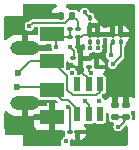
<source format=gbl>
G04 #@! TF.GenerationSoftware,KiCad,Pcbnew,8.0.9-8.0.9-0~ubuntu22.04.1*
G04 #@! TF.CreationDate,2025-06-17T17:41:38-06:00*
G04 #@! TF.ProjectId,dongle,646f6e67-6c65-42e6-9b69-6361645f7063,rev?*
G04 #@! TF.SameCoordinates,Original*
G04 #@! TF.FileFunction,Copper,L4,Bot*
G04 #@! TF.FilePolarity,Positive*
%FSLAX46Y46*%
G04 Gerber Fmt 4.6, Leading zero omitted, Abs format (unit mm)*
G04 Created by KiCad (PCBNEW 8.0.9-8.0.9-0~ubuntu22.04.1) date 2025-06-17 17:41:38*
%MOMM*%
%LPD*%
G01*
G04 APERTURE LIST*
G04 Aperture macros list*
%AMRoundRect*
0 Rectangle with rounded corners*
0 $1 Rounding radius*
0 $2 $3 $4 $5 $6 $7 $8 $9 X,Y pos of 4 corners*
0 Add a 4 corners polygon primitive as box body*
4,1,4,$2,$3,$4,$5,$6,$7,$8,$9,$2,$3,0*
0 Add four circle primitives for the rounded corners*
1,1,$1+$1,$2,$3*
1,1,$1+$1,$4,$5*
1,1,$1+$1,$6,$7*
1,1,$1+$1,$8,$9*
0 Add four rect primitives between the rounded corners*
20,1,$1+$1,$2,$3,$4,$5,0*
20,1,$1+$1,$4,$5,$6,$7,0*
20,1,$1+$1,$6,$7,$8,$9,0*
20,1,$1+$1,$8,$9,$2,$3,0*%
G04 Aperture macros list end*
G04 #@! TA.AperFunction,SMDPad,CuDef*
%ADD10R,2.000000X1.300000*%
G04 #@! TD*
G04 #@! TA.AperFunction,ComponentPad*
%ADD11O,2.500000X1.200000*%
G04 #@! TD*
G04 #@! TA.AperFunction,SMDPad,CuDef*
%ADD12RoundRect,0.100000X-0.130000X-0.100000X0.130000X-0.100000X0.130000X0.100000X-0.130000X0.100000X0*%
G04 #@! TD*
G04 #@! TA.AperFunction,SMDPad,CuDef*
%ADD13RoundRect,0.100000X0.100000X-0.130000X0.100000X0.130000X-0.100000X0.130000X-0.100000X-0.130000X0*%
G04 #@! TD*
G04 #@! TA.AperFunction,SMDPad,CuDef*
%ADD14RoundRect,0.140000X-0.140000X-0.170000X0.140000X-0.170000X0.140000X0.170000X-0.140000X0.170000X0*%
G04 #@! TD*
G04 #@! TA.AperFunction,SMDPad,CuDef*
%ADD15RoundRect,0.100000X0.130000X0.100000X-0.130000X0.100000X-0.130000X-0.100000X0.130000X-0.100000X0*%
G04 #@! TD*
G04 #@! TA.AperFunction,SMDPad,CuDef*
%ADD16RoundRect,0.140000X0.170000X-0.140000X0.170000X0.140000X-0.170000X0.140000X-0.170000X-0.140000X0*%
G04 #@! TD*
G04 #@! TA.AperFunction,SMDPad,CuDef*
%ADD17RoundRect,0.073750X-0.221250X0.531250X-0.221250X-0.531250X0.221250X-0.531250X0.221250X0.531250X0*%
G04 #@! TD*
G04 #@! TA.AperFunction,ViaPad*
%ADD18C,0.400000*%
G04 #@! TD*
G04 #@! TA.AperFunction,ViaPad*
%ADD19C,0.600000*%
G04 #@! TD*
G04 #@! TA.AperFunction,Conductor*
%ADD20C,0.120000*%
G04 #@! TD*
G04 #@! TA.AperFunction,Conductor*
%ADD21C,0.200000*%
G04 #@! TD*
G04 #@! TA.AperFunction,Conductor*
%ADD22C,0.150000*%
G04 #@! TD*
G04 APERTURE END LIST*
D10*
X144463501Y-98349999D03*
X144463502Y-96099999D03*
X144463500Y-93599998D03*
X144463499Y-91349999D03*
D11*
X142163495Y-97199998D03*
X142163504Y-92499997D03*
D12*
X146255002Y-93400003D03*
X146894998Y-93399997D03*
X147605002Y-94125003D03*
X148244998Y-94124997D03*
D13*
X150299998Y-92020000D03*
X150300002Y-91380000D03*
X147649998Y-92020000D03*
X147650002Y-91380000D03*
D14*
X145245001Y-89774999D03*
X146204999Y-89775001D03*
D13*
X148349998Y-92020000D03*
X148350002Y-91380000D03*
D15*
X146670000Y-90900000D03*
X146030000Y-90900000D03*
D16*
X150725000Y-98329999D03*
X150725000Y-97370001D03*
D13*
X149599997Y-92020000D03*
X149600003Y-91380000D03*
D15*
X146620000Y-99625000D03*
X145980000Y-99625000D03*
D13*
X147650000Y-90600000D03*
X147650004Y-89960000D03*
D17*
X146624999Y-95605004D03*
X147575004Y-95605001D03*
X148525000Y-95604996D03*
X148525001Y-98114996D03*
X147574996Y-98114999D03*
X146625000Y-98115004D03*
D12*
X146035004Y-91600006D03*
X146675000Y-91600000D03*
D16*
X149800001Y-98329999D03*
X149799999Y-97370001D03*
D18*
X151300000Y-92100000D03*
X145175000Y-99650000D03*
X148800000Y-89475000D03*
X151325000Y-98025000D03*
X146725000Y-92775000D03*
X149450000Y-100175000D03*
X144100000Y-89475000D03*
X141500000Y-99025000D03*
X146925000Y-94525000D03*
X151125000Y-89800000D03*
X148950000Y-91875000D03*
X151350000Y-96025000D03*
X141550000Y-90750000D03*
X142750000Y-99650000D03*
X151325000Y-94050000D03*
X148125000Y-100175000D03*
X150075000Y-89800000D03*
X146200000Y-94600000D03*
X148475000Y-96975000D03*
X145625000Y-100425000D03*
X147750000Y-94600000D03*
X149600000Y-93875000D03*
X150075000Y-99175000D03*
X145825000Y-97550000D03*
D19*
X141550000Y-95825000D03*
X141575000Y-94675000D03*
D18*
X144825000Y-92425000D03*
X147250000Y-97025000D03*
X147225000Y-89475000D03*
X147675000Y-92550000D03*
X149425000Y-93100000D03*
X142550000Y-90675000D03*
X148350000Y-92550000D03*
X145990000Y-92409998D03*
D20*
X146725000Y-92775000D02*
X146894998Y-92944998D01*
D21*
X147650002Y-90600002D02*
X147650000Y-90600000D01*
X147650002Y-91380000D02*
X147650002Y-90600002D01*
D20*
X146894998Y-92944998D02*
X146894998Y-93399997D01*
D21*
X146904999Y-91600000D02*
X147124999Y-91380000D01*
X146675000Y-91600000D02*
X146904999Y-91600000D01*
X148350002Y-91380000D02*
X147650002Y-91380000D01*
X150300002Y-91380000D02*
X149600003Y-91380000D01*
X149600003Y-91380000D02*
X148350002Y-91380000D01*
X146925000Y-94525000D02*
X147575004Y-95175004D01*
X147124999Y-91380000D02*
X147650002Y-91380000D01*
X147575004Y-95175004D02*
X147575004Y-95605001D01*
X147750000Y-94600000D02*
X147605002Y-94455002D01*
X150299998Y-93175002D02*
X150299998Y-92020000D01*
X149600000Y-93875000D02*
X150299998Y-93175002D01*
X147605002Y-94455002D02*
X147605002Y-94125003D01*
X150725000Y-98506109D02*
X150725000Y-98329999D01*
X150149173Y-99175000D02*
X150536859Y-98787314D01*
X150075000Y-99175000D02*
X150149173Y-99175000D01*
X150725000Y-98329999D02*
X149800001Y-98329999D01*
X150536859Y-98787314D02*
X150582837Y-98715771D01*
X150708253Y-98520620D02*
X150725000Y-98506109D01*
X150582837Y-98715771D02*
X150708253Y-98520620D01*
X145980000Y-97638579D02*
X145870710Y-97529289D01*
X145980000Y-99625000D02*
X145980000Y-97638579D01*
X146625000Y-97717893D02*
X146625000Y-98115004D01*
X144188503Y-95825000D02*
X144463502Y-96099999D01*
X141550000Y-95825000D02*
X144188503Y-95825000D01*
X145313503Y-96950000D02*
X145857107Y-96950000D01*
X145857107Y-96950000D02*
X146625000Y-97717893D01*
X144463502Y-96099999D02*
X145313503Y-96950000D01*
X148525000Y-96209996D02*
X148525000Y-95604996D01*
X144463500Y-93599998D02*
X145763502Y-94900000D01*
X145763502Y-96038502D02*
X146235004Y-96510004D01*
X148224992Y-96510004D02*
X148525000Y-96209996D01*
X141575000Y-94675000D02*
X142650002Y-93599998D01*
X142650002Y-93599998D02*
X144463500Y-93599998D01*
X146235004Y-96510004D02*
X148224992Y-96510004D01*
X145763502Y-94900000D02*
X145763502Y-96038502D01*
X147574996Y-97349996D02*
X147250000Y-97025000D01*
X144713506Y-91600006D02*
X144463499Y-91349999D01*
X144463499Y-91349999D02*
X144825000Y-91711500D01*
X146035004Y-91600006D02*
X144713506Y-91600006D01*
X146035004Y-91600006D02*
X146035004Y-90905004D01*
X146035004Y-90905004D02*
X146030000Y-90900000D01*
X147574996Y-98114999D02*
X147574996Y-97349996D01*
X144825000Y-91711500D02*
X144825000Y-92400000D01*
X147225000Y-89534996D02*
X147650004Y-89960000D01*
X147225000Y-89475000D02*
X147225000Y-89534996D01*
D20*
X147675000Y-92550000D02*
X147675000Y-92045002D01*
X147675000Y-92045002D02*
X147649998Y-92020000D01*
D21*
X149425000Y-92194997D02*
X149599997Y-92020000D01*
X149425000Y-93100000D02*
X149425000Y-92194997D01*
X142825000Y-90400000D02*
X145580000Y-90400000D01*
X146670000Y-90240002D02*
X146204999Y-89775001D01*
X146670000Y-90900000D02*
X146670000Y-90240002D01*
X145580000Y-90400000D02*
X146204999Y-89775001D01*
X142550000Y-90675000D02*
X142825000Y-90400000D01*
D20*
X148350000Y-92020002D02*
X148349998Y-92020000D01*
X148350000Y-92550000D02*
X148350000Y-92020002D01*
D22*
X146350000Y-92769998D02*
X146350000Y-93305005D01*
X145990000Y-92409998D02*
X146350000Y-92769998D01*
D21*
X146000002Y-92420000D02*
X145990000Y-92409998D01*
D22*
X146350000Y-93305005D02*
X146255002Y-93400003D01*
G04 #@! TA.AperFunction,Conductor*
G36*
X143442776Y-96950499D02*
G01*
X143443754Y-96950499D01*
X144837669Y-96950499D01*
X144904708Y-96970184D01*
X144925350Y-96986818D01*
X144926850Y-96988318D01*
X144960335Y-97049641D01*
X144955351Y-97119333D01*
X144913479Y-97175266D01*
X144848015Y-97199683D01*
X144839169Y-97199999D01*
X144713501Y-97199999D01*
X144713501Y-99499999D01*
X145425500Y-99499999D01*
X145492539Y-99519684D01*
X145538294Y-99572488D01*
X145549500Y-99623998D01*
X145549500Y-99769855D01*
X145549502Y-99769882D01*
X145552413Y-99794986D01*
X145552414Y-99794990D01*
X145552415Y-99794991D01*
X145584748Y-99868219D01*
X145593819Y-99937495D01*
X145563995Y-100000680D01*
X145508636Y-100035279D01*
X145508980Y-100036337D01*
X145499698Y-100039352D01*
X145437748Y-100070918D01*
X145386658Y-100096950D01*
X145386657Y-100096951D01*
X145386652Y-100096954D01*
X145296954Y-100186652D01*
X145296951Y-100186657D01*
X145239352Y-100299698D01*
X145239352Y-100299699D01*
X145219508Y-100424996D01*
X145219508Y-100425003D01*
X145239352Y-100550300D01*
X145239352Y-100550301D01*
X145261978Y-100594705D01*
X145274874Y-100663374D01*
X145248598Y-100728114D01*
X145191492Y-100768372D01*
X145151493Y-100775000D01*
X142099000Y-100775000D01*
X142031961Y-100755315D01*
X141986206Y-100702511D01*
X141975000Y-100651000D01*
X141975000Y-99850000D01*
X140573692Y-99850000D01*
X140506653Y-99830315D01*
X140460898Y-99777511D01*
X140449692Y-99726309D01*
X140448000Y-99047843D01*
X142963501Y-99047843D01*
X142969902Y-99107371D01*
X142969904Y-99107378D01*
X143020146Y-99242085D01*
X143020150Y-99242092D01*
X143106310Y-99357186D01*
X143106313Y-99357189D01*
X143221407Y-99443349D01*
X143221414Y-99443353D01*
X143356121Y-99493595D01*
X143356128Y-99493597D01*
X143415656Y-99499998D01*
X143415673Y-99499999D01*
X144213501Y-99499999D01*
X144213501Y-98599999D01*
X142963501Y-98599999D01*
X142963501Y-99047843D01*
X140448000Y-99047843D01*
X140447676Y-98918037D01*
X140445344Y-97983185D01*
X140464862Y-97916100D01*
X140517551Y-97870213D01*
X140586685Y-97860098D01*
X140650313Y-97888964D01*
X140669665Y-97909997D01*
X140674462Y-97916600D01*
X140796892Y-98039030D01*
X140936970Y-98140802D01*
X141091237Y-98219406D01*
X141255910Y-98272912D01*
X141426924Y-98299998D01*
X141913495Y-98299998D01*
X141913495Y-97649998D01*
X142413495Y-97649998D01*
X142413495Y-98299998D01*
X142833501Y-98299998D01*
X142833501Y-98223999D01*
X142853186Y-98156960D01*
X142905990Y-98111205D01*
X142957501Y-98099999D01*
X144213501Y-98099999D01*
X144213501Y-97199999D01*
X144043495Y-97199999D01*
X144043495Y-97325998D01*
X144023810Y-97393037D01*
X143971006Y-97438792D01*
X143919495Y-97449998D01*
X143188773Y-97449998D01*
X143232828Y-97373692D01*
X143263495Y-97259242D01*
X143263495Y-97140754D01*
X143232828Y-97026304D01*
X143188773Y-96949998D01*
X143432576Y-96949998D01*
X143442776Y-96950499D01*
G37*
G04 #@! TD.AperFunction*
G04 #@! TA.AperFunction,Conductor*
G36*
X149225704Y-98011250D02*
G01*
X149232182Y-98017282D01*
X149234615Y-98019715D01*
X149240784Y-98024500D01*
X149239266Y-98026456D01*
X149278631Y-98068612D01*
X149291138Y-98137353D01*
X149290769Y-98140458D01*
X149289501Y-98150094D01*
X149289501Y-98509893D01*
X149289502Y-98509899D01*
X149296029Y-98559486D01*
X149296030Y-98559488D01*
X149296030Y-98559489D01*
X149321376Y-98613843D01*
X149346777Y-98668315D01*
X149431685Y-98753223D01*
X149540514Y-98803971D01*
X149590100Y-98810499D01*
X149608879Y-98810498D01*
X149675916Y-98830180D01*
X149721673Y-98882982D01*
X149731620Y-98952140D01*
X149719366Y-98990792D01*
X149689354Y-99049695D01*
X149689352Y-99049699D01*
X149669508Y-99174996D01*
X149669508Y-99175003D01*
X149689352Y-99300300D01*
X149689352Y-99300301D01*
X149689354Y-99300304D01*
X149746950Y-99413342D01*
X149746952Y-99413344D01*
X149746954Y-99413347D01*
X149836652Y-99503045D01*
X149836654Y-99503046D01*
X149836658Y-99503050D01*
X149949696Y-99560646D01*
X149949697Y-99560646D01*
X149949699Y-99560647D01*
X150074997Y-99580492D01*
X150075000Y-99580492D01*
X150075003Y-99580492D01*
X150200300Y-99560647D01*
X150200301Y-99560647D01*
X150200302Y-99560646D01*
X150200304Y-99560646D01*
X150313342Y-99503050D01*
X150403050Y-99413342D01*
X150460646Y-99300304D01*
X150460646Y-99300300D01*
X150463995Y-99293729D01*
X150486796Y-99262346D01*
X150663319Y-99085824D01*
X150724642Y-99052339D01*
X150794334Y-99057323D01*
X150850267Y-99099195D01*
X150874684Y-99164659D01*
X150875000Y-99173505D01*
X150875000Y-100651000D01*
X150855315Y-100718039D01*
X150802511Y-100763794D01*
X150751000Y-100775000D01*
X146098507Y-100775000D01*
X146031468Y-100755315D01*
X145985713Y-100702511D01*
X145975769Y-100633353D01*
X145988022Y-100594705D01*
X146010646Y-100550304D01*
X146010646Y-100550302D01*
X146010647Y-100550301D01*
X146010647Y-100550300D01*
X146030492Y-100425003D01*
X146030492Y-100424998D01*
X146024296Y-100385879D01*
X146033250Y-100316586D01*
X146078246Y-100263134D01*
X146144998Y-100242494D01*
X146194221Y-100251920D01*
X146333365Y-100309554D01*
X146333369Y-100309555D01*
X146420000Y-100320961D01*
X146420000Y-100320959D01*
X146820000Y-100320959D01*
X146820001Y-100320960D01*
X146906627Y-100309557D01*
X146906633Y-100309555D01*
X147052585Y-100249100D01*
X147177924Y-100152924D01*
X147274100Y-100027586D01*
X147334555Y-99881631D01*
X147342012Y-99825000D01*
X146820000Y-99825000D01*
X146820000Y-100320959D01*
X146420000Y-100320959D01*
X146420000Y-99749000D01*
X146439685Y-99681961D01*
X146492489Y-99636206D01*
X146544000Y-99625000D01*
X146620000Y-99625000D01*
X146620000Y-99549000D01*
X146639685Y-99481961D01*
X146692489Y-99436206D01*
X146744000Y-99425000D01*
X147342010Y-99425000D01*
X147342011Y-99424998D01*
X147334557Y-99368372D01*
X147334555Y-99368366D01*
X147274100Y-99222412D01*
X147274098Y-99222409D01*
X147191787Y-99115141D01*
X147166592Y-99049972D01*
X147180630Y-98981527D01*
X147229444Y-98931537D01*
X147297535Y-98915873D01*
X147314353Y-98918037D01*
X147326729Y-98920498D01*
X147326732Y-98920499D01*
X147326734Y-98920499D01*
X147823260Y-98920499D01*
X147823261Y-98920498D01*
X147903253Y-98904587D01*
X147981110Y-98852563D01*
X148047787Y-98831686D01*
X148115168Y-98850170D01*
X148118871Y-98852550D01*
X148164415Y-98882982D01*
X148196744Y-98904584D01*
X148196748Y-98904585D01*
X148276734Y-98920495D01*
X148276737Y-98920496D01*
X148276739Y-98920496D01*
X148773265Y-98920496D01*
X148773266Y-98920495D01*
X148853258Y-98904584D01*
X148943974Y-98843969D01*
X149004589Y-98753253D01*
X149020501Y-98673258D01*
X149020501Y-98104963D01*
X149040186Y-98037924D01*
X149092990Y-97992169D01*
X149162148Y-97982225D01*
X149225704Y-98011250D01*
G37*
G04 #@! TD.AperFunction*
G04 #@! TA.AperFunction,Conductor*
G36*
X151444334Y-97968279D02*
G01*
X151500267Y-98010151D01*
X151524684Y-98075615D01*
X151525000Y-98084461D01*
X151525000Y-98482923D01*
X151505315Y-98549962D01*
X151468858Y-98586708D01*
X151427357Y-98613843D01*
X151360475Y-98634054D01*
X151293283Y-98614898D01*
X151247114Y-98562456D01*
X151235499Y-98510058D01*
X151235499Y-98509907D01*
X151235500Y-98509900D01*
X151235499Y-98150099D01*
X151234231Y-98140469D01*
X151244993Y-98071436D01*
X151285349Y-98025962D01*
X151284215Y-98024500D01*
X151290383Y-98019715D01*
X151313319Y-97996780D01*
X151374642Y-97963295D01*
X151444334Y-97968279D01*
G37*
G04 #@! TD.AperFunction*
G04 #@! TA.AperFunction,Conductor*
G36*
X151401325Y-88824676D02*
G01*
X151468312Y-88844536D01*
X151513929Y-88897460D01*
X151525000Y-88948676D01*
X151525000Y-96655541D01*
X151505315Y-96722580D01*
X151452511Y-96768335D01*
X151383353Y-96778279D01*
X151319797Y-96749254D01*
X151313319Y-96743222D01*
X151290383Y-96720286D01*
X151290374Y-96720279D01*
X151151195Y-96637969D01*
X151151190Y-96637967D01*
X150995918Y-96592856D01*
X150995912Y-96592855D01*
X150975000Y-96591210D01*
X150975000Y-97246001D01*
X150955315Y-97313040D01*
X150902511Y-97358795D01*
X150851000Y-97370001D01*
X150599000Y-97370001D01*
X150531961Y-97350316D01*
X150486206Y-97297512D01*
X150475000Y-97246001D01*
X150475000Y-96591211D01*
X150474999Y-96591210D01*
X150454087Y-96592855D01*
X150297093Y-96638466D01*
X150227905Y-96638466D01*
X150070911Y-96592855D01*
X150049999Y-96591210D01*
X150049999Y-97246001D01*
X150030314Y-97313040D01*
X149977510Y-97358795D01*
X149925999Y-97370001D01*
X149673999Y-97370001D01*
X149606960Y-97350316D01*
X149561205Y-97297512D01*
X149549999Y-97246001D01*
X149549999Y-96591211D01*
X149549998Y-96591210D01*
X149529086Y-96592855D01*
X149529080Y-96592856D01*
X149373808Y-96637967D01*
X149373803Y-96637969D01*
X149234624Y-96720279D01*
X149234615Y-96720286D01*
X149120284Y-96834617D01*
X149120280Y-96834623D01*
X149088934Y-96887626D01*
X149037864Y-96935309D01*
X148969122Y-96947812D01*
X148904533Y-96921166D01*
X148864603Y-96863830D01*
X148862667Y-96855916D01*
X148860647Y-96849698D01*
X148851198Y-96831154D01*
X148803050Y-96736658D01*
X148803046Y-96736654D01*
X148803045Y-96736652D01*
X148706442Y-96640049D01*
X148707689Y-96638801D01*
X148672110Y-96592669D01*
X148666125Y-96523056D01*
X148698725Y-96461258D01*
X148699854Y-96460112D01*
X148716967Y-96442999D01*
X148778283Y-96409517D01*
X148780328Y-96409090D01*
X148853257Y-96394584D01*
X148943973Y-96333969D01*
X149004588Y-96243253D01*
X149020500Y-96163258D01*
X149020500Y-95046734D01*
X149020500Y-95046731D01*
X149020499Y-95046729D01*
X149004589Y-94966743D01*
X149004588Y-94966742D01*
X149004588Y-94966739D01*
X148959229Y-94898855D01*
X148943972Y-94876021D01*
X148847642Y-94811656D01*
X148802836Y-94758044D01*
X148794129Y-94688719D01*
X148818157Y-94633067D01*
X148899096Y-94527586D01*
X148899097Y-94527584D01*
X148959553Y-94381628D01*
X148967010Y-94324997D01*
X148368998Y-94324997D01*
X148301959Y-94305312D01*
X148256204Y-94252508D01*
X148244998Y-94200997D01*
X148244998Y-94124997D01*
X148168998Y-94124997D01*
X148101959Y-94105312D01*
X148056204Y-94052508D01*
X148044998Y-94000997D01*
X148044998Y-93924997D01*
X148444998Y-93924997D01*
X148967008Y-93924997D01*
X148982547Y-93907278D01*
X148981721Y-93906730D01*
X148962023Y-93874326D01*
X148899098Y-93722410D01*
X148802922Y-93597072D01*
X148677584Y-93500896D01*
X148531629Y-93440441D01*
X148444998Y-93429035D01*
X148444998Y-93924997D01*
X148044998Y-93924997D01*
X148044998Y-93429035D01*
X147958367Y-93440441D01*
X147958363Y-93440442D01*
X147812411Y-93500896D01*
X147734513Y-93560670D01*
X147714647Y-93582263D01*
X147650744Y-93599997D01*
X147094998Y-93599997D01*
X147094998Y-94095956D01*
X147132261Y-94128636D01*
X147169685Y-94187638D01*
X147174502Y-94221862D01*
X147174502Y-94269859D01*
X147174504Y-94269884D01*
X147177415Y-94294990D01*
X147177417Y-94294994D01*
X147212303Y-94374004D01*
X147221374Y-94443280D01*
X147191550Y-94506465D01*
X147146321Y-94538649D01*
X147064405Y-94572580D01*
X146944551Y-94664548D01*
X146878221Y-94750991D01*
X146821793Y-94792193D01*
X146779845Y-94799504D01*
X146719079Y-94799504D01*
X146652040Y-94779819D01*
X146606285Y-94727015D01*
X146596341Y-94657857D01*
X146596606Y-94656106D01*
X146605492Y-94600002D01*
X146605492Y-94599996D01*
X146585647Y-94474699D01*
X146585647Y-94474698D01*
X146585646Y-94474696D01*
X146528050Y-94361658D01*
X146528046Y-94361654D01*
X146528045Y-94361652D01*
X146439013Y-94272620D01*
X146405528Y-94211297D01*
X146406640Y-94195746D01*
X146372581Y-94213821D01*
X146328270Y-94214823D01*
X146200003Y-94194508D01*
X146199997Y-94194508D01*
X146074699Y-94214352D01*
X146074698Y-94214352D01*
X145999815Y-94252508D01*
X145961658Y-94271950D01*
X145961657Y-94271951D01*
X145961652Y-94271954D01*
X145875681Y-94357926D01*
X145814358Y-94391411D01*
X145744666Y-94386427D01*
X145688733Y-94344555D01*
X145664316Y-94279091D01*
X145664000Y-94270245D01*
X145664000Y-93763334D01*
X145683685Y-93696295D01*
X145736489Y-93650540D01*
X145805647Y-93640596D01*
X145869203Y-93669621D01*
X145875681Y-93675653D01*
X145952237Y-93752209D01*
X146055011Y-93797588D01*
X146080137Y-93800503D01*
X146178151Y-93800502D01*
X146245188Y-93820186D01*
X146276525Y-93849015D01*
X146337072Y-93927921D01*
X146337073Y-93927922D01*
X146423154Y-93993975D01*
X146464356Y-94050403D01*
X146466151Y-94080537D01*
X146517848Y-94061255D01*
X146574147Y-94070378D01*
X146608367Y-94084552D01*
X146694998Y-94095958D01*
X146694998Y-92704036D01*
X146685406Y-92695624D01*
X146650005Y-92690103D01*
X146597750Y-92643721D01*
X146588297Y-92625384D01*
X146583557Y-92613940D01*
X146506058Y-92536441D01*
X146457042Y-92487425D01*
X146423557Y-92426102D01*
X146428541Y-92356410D01*
X146462965Y-92306515D01*
X146475000Y-92295960D01*
X146475000Y-91724000D01*
X146494685Y-91656961D01*
X146547489Y-91611206D01*
X146599000Y-91600000D01*
X146751000Y-91600000D01*
X146818039Y-91619685D01*
X146863794Y-91672489D01*
X146875000Y-91724000D01*
X146875000Y-92295959D01*
X146875001Y-92295960D01*
X146961627Y-92284557D01*
X146961633Y-92284555D01*
X147115098Y-92220989D01*
X147115934Y-92223008D01*
X147172692Y-92209234D01*
X147238721Y-92232080D01*
X147280237Y-92283007D01*
X147294191Y-92314609D01*
X147303263Y-92383887D01*
X147291244Y-92420986D01*
X147289353Y-92424697D01*
X147289352Y-92424698D01*
X147269508Y-92549996D01*
X147269508Y-92549997D01*
X147269508Y-92550000D01*
X147270972Y-92559241D01*
X147272164Y-92566768D01*
X147263208Y-92636062D01*
X147218211Y-92689513D01*
X147151459Y-92710152D01*
X147133505Y-92709104D01*
X147094998Y-92704034D01*
X147094998Y-93199997D01*
X147617008Y-93199997D01*
X147617009Y-93199995D01*
X147609555Y-93143369D01*
X147609554Y-93143366D01*
X147600748Y-93122106D01*
X147593279Y-93052637D01*
X147624554Y-92990157D01*
X147684643Y-92954505D01*
X147695893Y-92952182D01*
X147800304Y-92935646D01*
X147913342Y-92878050D01*
X147924818Y-92866573D01*
X147986139Y-92833089D01*
X148055830Y-92838071D01*
X148100181Y-92866573D01*
X148111658Y-92878050D01*
X148224696Y-92935646D01*
X148224697Y-92935646D01*
X148224699Y-92935647D01*
X148349997Y-92955492D01*
X148350000Y-92955492D01*
X148350003Y-92955492D01*
X148475300Y-92935647D01*
X148475301Y-92935647D01*
X148475302Y-92935646D01*
X148475304Y-92935646D01*
X148588342Y-92878050D01*
X148678050Y-92788342D01*
X148735646Y-92675304D01*
X148735646Y-92675302D01*
X148735647Y-92675301D01*
X148735647Y-92675300D01*
X148755492Y-92550003D01*
X148755492Y-92549996D01*
X148735647Y-92424700D01*
X148735646Y-92424698D01*
X148735646Y-92424696D01*
X148720361Y-92394698D01*
X148707466Y-92326031D01*
X148717413Y-92288319D01*
X148719759Y-92283007D01*
X148747583Y-92219991D01*
X148750498Y-92194865D01*
X148750497Y-92096853D01*
X148770181Y-92029817D01*
X148799011Y-91998479D01*
X148877928Y-91937923D01*
X148883674Y-91932178D01*
X148885002Y-91933506D01*
X148933041Y-91898421D01*
X149002786Y-91894258D01*
X149063710Y-91928463D01*
X149070822Y-91936669D01*
X149072076Y-91937923D01*
X149098169Y-91957945D01*
X149139372Y-92014373D01*
X149143527Y-92084119D01*
X149142458Y-92088414D01*
X149124500Y-92155434D01*
X149124500Y-92783448D01*
X149104815Y-92850487D01*
X149100821Y-92856329D01*
X149096953Y-92861653D01*
X149096950Y-92861657D01*
X149096950Y-92861658D01*
X149088598Y-92878050D01*
X149039352Y-92974698D01*
X149039352Y-92974699D01*
X149019508Y-93099996D01*
X149019508Y-93100003D01*
X149039352Y-93225300D01*
X149039352Y-93225301D01*
X149053979Y-93254008D01*
X149096950Y-93338342D01*
X149096952Y-93338344D01*
X149096954Y-93338347D01*
X149186652Y-93428045D01*
X149186656Y-93428048D01*
X149186658Y-93428050D01*
X149230161Y-93450216D01*
X149280955Y-93498188D01*
X149297750Y-93566009D01*
X149275213Y-93632144D01*
X149274188Y-93633576D01*
X149271954Y-93636651D01*
X149271950Y-93636657D01*
X149271950Y-93636658D01*
X149264877Y-93650540D01*
X149214352Y-93749698D01*
X149199057Y-93846272D01*
X149175876Y-93895171D01*
X149179497Y-93897529D01*
X149207776Y-93958776D01*
X149214352Y-94000300D01*
X149214352Y-94000301D01*
X149232805Y-94036517D01*
X149271950Y-94113342D01*
X149271952Y-94113344D01*
X149271954Y-94113347D01*
X149361652Y-94203045D01*
X149361654Y-94203046D01*
X149361658Y-94203050D01*
X149474696Y-94260646D01*
X149474697Y-94260646D01*
X149474699Y-94260647D01*
X149599997Y-94280492D01*
X149600000Y-94280492D01*
X149600003Y-94280492D01*
X149725300Y-94260647D01*
X149725301Y-94260647D01*
X149725302Y-94260646D01*
X149725304Y-94260646D01*
X149838342Y-94203050D01*
X149928050Y-94113342D01*
X149985646Y-94000304D01*
X149995523Y-93937936D01*
X150025450Y-93874804D01*
X150030297Y-93869673D01*
X150540458Y-93359513D01*
X150580020Y-93290990D01*
X150600498Y-93214564D01*
X150600498Y-93135440D01*
X150600498Y-92425833D01*
X150620183Y-92358794D01*
X150636817Y-92338152D01*
X150639953Y-92335016D01*
X150652204Y-92322765D01*
X150697583Y-92219991D01*
X150700498Y-92194865D01*
X150700497Y-92096853D01*
X150720181Y-92029817D01*
X150749011Y-91998479D01*
X150827925Y-91937926D01*
X150924102Y-91812586D01*
X150984556Y-91666634D01*
X150984557Y-91666630D01*
X150995963Y-91580000D01*
X150424002Y-91580000D01*
X150356963Y-91560315D01*
X150311208Y-91507511D01*
X150300002Y-91456000D01*
X150300002Y-91380000D01*
X150224002Y-91380000D01*
X150156963Y-91360315D01*
X150111208Y-91307511D01*
X150100002Y-91256000D01*
X150100002Y-91180000D01*
X150500002Y-91180000D01*
X150995961Y-91180000D01*
X150995962Y-91179998D01*
X150984559Y-91093372D01*
X150984557Y-91093366D01*
X150924102Y-90947414D01*
X150827926Y-90822075D01*
X150702588Y-90725899D01*
X150556633Y-90665444D01*
X150500002Y-90657987D01*
X150500002Y-91180000D01*
X150100002Y-91180000D01*
X150100002Y-90657988D01*
X150043367Y-90665444D01*
X150043365Y-90665445D01*
X149997451Y-90684462D01*
X149927982Y-90691929D01*
X149902552Y-90684462D01*
X149856636Y-90665444D01*
X149856637Y-90665444D01*
X149800003Y-90657988D01*
X149800003Y-91256000D01*
X149780318Y-91323039D01*
X149727514Y-91368794D01*
X149676003Y-91380000D01*
X149600003Y-91380000D01*
X149600003Y-91456000D01*
X149580318Y-91523039D01*
X149527514Y-91568794D01*
X149476003Y-91580000D01*
X147644002Y-91580000D01*
X147576963Y-91560315D01*
X147531208Y-91507511D01*
X147521114Y-91461112D01*
X147486319Y-91426317D01*
X147452834Y-91364994D01*
X147450000Y-91338636D01*
X147450000Y-91180000D01*
X147850000Y-91180000D01*
X148150002Y-91180000D01*
X148150002Y-90800000D01*
X147850000Y-90800000D01*
X147850000Y-91180000D01*
X147450000Y-91180000D01*
X147450000Y-90724000D01*
X147469384Y-90657987D01*
X148550002Y-90657987D01*
X148550002Y-91180000D01*
X149400003Y-91180000D01*
X149400003Y-90657987D01*
X149343371Y-90665444D01*
X149197416Y-90725899D01*
X149072073Y-90822079D01*
X149066331Y-90827822D01*
X149065005Y-90826496D01*
X149016936Y-90861588D01*
X148947190Y-90865735D01*
X148886273Y-90831515D01*
X148879179Y-90823327D01*
X148877931Y-90822079D01*
X148752588Y-90725899D01*
X148606633Y-90665444D01*
X148550002Y-90657987D01*
X147469384Y-90657987D01*
X147469685Y-90656961D01*
X147522489Y-90611206D01*
X147574000Y-90600000D01*
X147650000Y-90600000D01*
X147650000Y-90524000D01*
X147669685Y-90456961D01*
X147722489Y-90411206D01*
X147774000Y-90400000D01*
X148345959Y-90400000D01*
X148345960Y-90399998D01*
X148334557Y-90313372D01*
X148334555Y-90313366D01*
X148274100Y-90167414D01*
X148177922Y-90042073D01*
X148099016Y-89981525D01*
X148057813Y-89925097D01*
X148050503Y-89883150D01*
X148050503Y-89785143D01*
X148050503Y-89785136D01*
X148050501Y-89785117D01*
X148047590Y-89760012D01*
X148047589Y-89760010D01*
X148047589Y-89760009D01*
X148002210Y-89657235D01*
X147922769Y-89577794D01*
X147847782Y-89544684D01*
X147819996Y-89532415D01*
X147794872Y-89529500D01*
X147794869Y-89529500D01*
X147745030Y-89529500D01*
X147677991Y-89509815D01*
X147632236Y-89457011D01*
X147622557Y-89424897D01*
X147610647Y-89349699D01*
X147610647Y-89349698D01*
X147596420Y-89321777D01*
X147553050Y-89236658D01*
X147553046Y-89236654D01*
X147553045Y-89236652D01*
X147463347Y-89146954D01*
X147463344Y-89146952D01*
X147463342Y-89146950D01*
X147350304Y-89089354D01*
X147350303Y-89089353D01*
X147350300Y-89089352D01*
X147225003Y-89069508D01*
X147224997Y-89069508D01*
X147099699Y-89089352D01*
X147099698Y-89089352D01*
X147024337Y-89127751D01*
X146986658Y-89146950D01*
X146986657Y-89146951D01*
X146986652Y-89146954D01*
X146896954Y-89236652D01*
X146896951Y-89236657D01*
X146839352Y-89349698D01*
X146836337Y-89358980D01*
X146832702Y-89357798D01*
X146810828Y-89403931D01*
X146751513Y-89440858D01*
X146681651Y-89439854D01*
X146630610Y-89409072D01*
X146543315Y-89321777D01*
X146434486Y-89271029D01*
X146434484Y-89271028D01*
X146434485Y-89271028D01*
X146384901Y-89264501D01*
X146025101Y-89264501D01*
X146015456Y-89265771D01*
X145946422Y-89254999D01*
X145900965Y-89214646D01*
X145899500Y-89215784D01*
X145894715Y-89209615D01*
X145780384Y-89095284D01*
X145780375Y-89095277D01*
X145687950Y-89040617D01*
X145640266Y-88989547D01*
X145627763Y-88920806D01*
X145654409Y-88856217D01*
X145711744Y-88816287D01*
X145751390Y-88809885D01*
X151401325Y-88824676D01*
G37*
G04 #@! TD.AperFunction*
G04 #@! TA.AperFunction,Conductor*
G36*
X144376919Y-92220184D02*
G01*
X144422674Y-92272988D01*
X144432618Y-92342146D01*
X144432353Y-92343897D01*
X144419508Y-92424997D01*
X144419508Y-92425003D01*
X144439352Y-92550300D01*
X144448984Y-92569203D01*
X144461880Y-92637872D01*
X144435604Y-92702612D01*
X144378498Y-92742870D01*
X144338499Y-92749498D01*
X143442755Y-92749498D01*
X143432595Y-92749997D01*
X143188782Y-92749997D01*
X143232837Y-92673691D01*
X143263504Y-92559241D01*
X143263504Y-92440753D01*
X143232837Y-92326303D01*
X143188782Y-92249997D01*
X143887619Y-92249997D01*
X143892769Y-92243967D01*
X143951277Y-92205774D01*
X143987059Y-92200499D01*
X144309880Y-92200499D01*
X144376919Y-92220184D01*
G37*
G04 #@! TD.AperFunction*
G04 #@! TA.AperFunction,Conductor*
G36*
X144743718Y-88807247D02*
G01*
X144810702Y-88827107D01*
X144856319Y-88880031D01*
X144866081Y-88949215D01*
X144836890Y-89012695D01*
X144806512Y-89037978D01*
X144709628Y-89095275D01*
X144709617Y-89095284D01*
X144595286Y-89209615D01*
X144595279Y-89209624D01*
X144512969Y-89348803D01*
X144512967Y-89348808D01*
X144467856Y-89504080D01*
X144467855Y-89504086D01*
X144466210Y-89524998D01*
X144466211Y-89524999D01*
X145121001Y-89524999D01*
X145188040Y-89544684D01*
X145233795Y-89597488D01*
X145245001Y-89648999D01*
X145245001Y-89900999D01*
X145225316Y-89968038D01*
X145172512Y-90013793D01*
X145121001Y-90024999D01*
X144466211Y-90024999D01*
X144434157Y-90059673D01*
X144374195Y-90095539D01*
X144343103Y-90099500D01*
X142785438Y-90099500D01*
X142709010Y-90119978D01*
X142640489Y-90159540D01*
X142555342Y-90244685D01*
X142494018Y-90278169D01*
X142487061Y-90279475D01*
X142424698Y-90289352D01*
X142377558Y-90313372D01*
X142311658Y-90346950D01*
X142311657Y-90346951D01*
X142311652Y-90346954D01*
X142221954Y-90436652D01*
X142221951Y-90436657D01*
X142164352Y-90549698D01*
X142164352Y-90549699D01*
X142144508Y-90674996D01*
X142144508Y-90675003D01*
X142164352Y-90800300D01*
X142164352Y-90800301D01*
X142178375Y-90827822D01*
X142221950Y-90913342D01*
X142221952Y-90913344D01*
X142221954Y-90913347D01*
X142311652Y-91003045D01*
X142311654Y-91003046D01*
X142311658Y-91003050D01*
X142424696Y-91060646D01*
X142424697Y-91060646D01*
X142424699Y-91060647D01*
X142549997Y-91080492D01*
X142550000Y-91080492D01*
X142550003Y-91080492D01*
X142675300Y-91060647D01*
X142675301Y-91060647D01*
X142675302Y-91060646D01*
X142675304Y-91060646D01*
X142788342Y-91003050D01*
X142878050Y-90913342D01*
X142935646Y-90800304D01*
X142935647Y-90800296D01*
X142938662Y-90791021D01*
X142941173Y-90791836D01*
X142964823Y-90741960D01*
X143024138Y-90705033D01*
X143057360Y-90700500D01*
X143138999Y-90700500D01*
X143206038Y-90720185D01*
X143251793Y-90772989D01*
X143262999Y-90824500D01*
X143262999Y-91318766D01*
X143243314Y-91385805D01*
X143190510Y-91431560D01*
X143121352Y-91441504D01*
X143100683Y-91436698D01*
X143071089Y-91427083D01*
X142900075Y-91399997D01*
X142413504Y-91399997D01*
X142413504Y-92049997D01*
X141913504Y-92049997D01*
X141913504Y-91399997D01*
X141426933Y-91399997D01*
X141255919Y-91427082D01*
X141091246Y-91480588D01*
X140936979Y-91559192D01*
X140796901Y-91660964D01*
X140674469Y-91783396D01*
X140674463Y-91783403D01*
X140654089Y-91811446D01*
X140598759Y-91854112D01*
X140529146Y-91860090D01*
X140467351Y-91827484D01*
X140432994Y-91766644D01*
X140429772Y-91738875D01*
X140425310Y-89949309D01*
X140444828Y-89882221D01*
X140497517Y-89836334D01*
X140549310Y-89825000D01*
X141975000Y-89825000D01*
X141975000Y-88924325D01*
X141994685Y-88857286D01*
X142047489Y-88811531D01*
X142099322Y-88800325D01*
X144743718Y-88807247D01*
G37*
G04 #@! TD.AperFunction*
M02*

</source>
